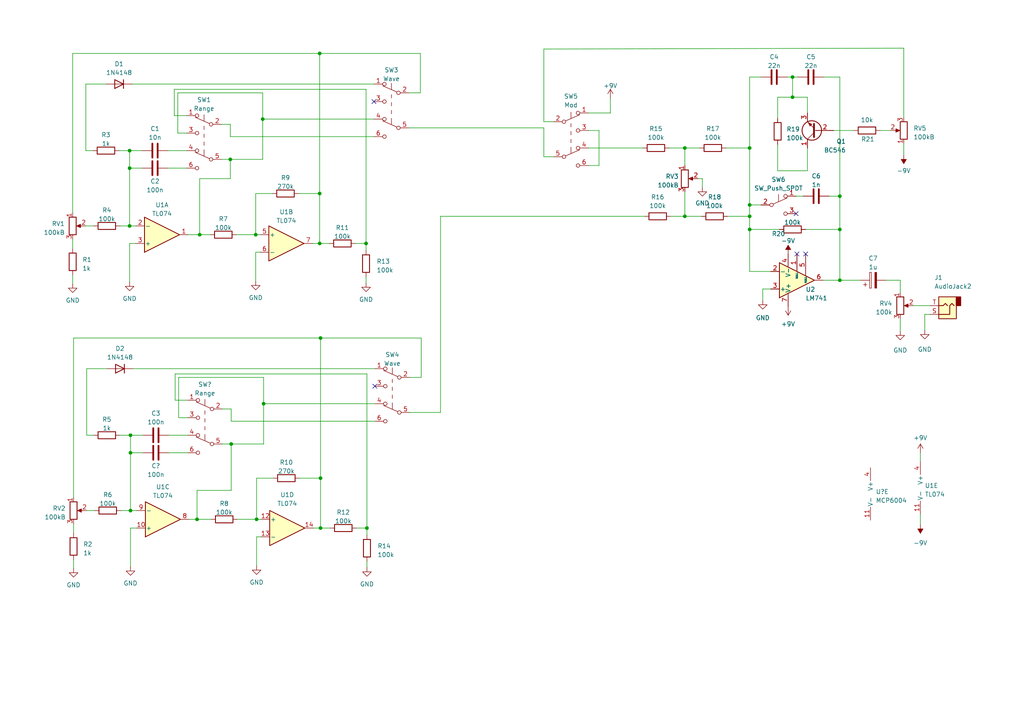
<source format=kicad_sch>
(kicad_sch (version 20210406) (generator eeschema)
  (paper "A4")
  (lib_symbols
    (symbol "Amplifier_Operational:LM741" (pin_names (offset 0.127))
      (property "Reference" "U" (at 0 6.35 0))
      (property "Value" "LM741" (at 0 3.81 0))
      (symbol "LM741_0_1"
        (polyline (pts (xy -5.08 5.08) (xy 5.08 0) (xy -5.08 -5.08) (xy -5.08 5.08)) (stroke (width 0.254)) (fill (type background)))
      )
      (symbol "LM741_1_1"
        (pin input line (at 0 -7.62 90) (length 5.08) (name "NULL") (number "1"))
        (pin input line (at -7.62 -2.54 0) (length 2.54) (name "-") (number "2"))
        (pin input line (at -7.62 2.54 0) (length 2.54) (name "+") (number "3"))
        (pin power_in line (at -2.54 -7.62 90) (length 3.81) (name "V-") (number "4"))
        (pin input line (at 2.54 -7.62 90) (length 6.35) (name "NULL") (number "5"))
        (pin output line (at 7.62 0 180) (length 2.54) (name "~") (number "6"))
        (pin power_in line (at -2.54 7.62 270) (length 3.81) (name "V+") (number "7"))
        (pin no_connect line (at 0 2.54 270) (length 2.54) hide (name "NC") (number "8"))
      )
    )
    (symbol "Amplifier_Operational:MCP6004" (pin_names (offset 0.127))
      (property "Reference" "U" (at 0 5.08 0))
      (property "Value" "MCP6004" (at 0 -5.08 0))
      (symbol "MCP6004_1_1"
        (polyline (pts (xy -5.08 5.08) (xy 5.08 0) (xy -5.08 -5.08) (xy -5.08 5.08)) (stroke (width 0.254)) (fill (type background)))
        (pin output line (at 7.62 0 180) (length 2.54) (name "~") (number "1"))
        (pin input line (at -7.62 -2.54 0) (length 2.54) (name "-") (number "2"))
        (pin input line (at -7.62 2.54 0) (length 2.54) (name "+") (number "3"))
      )
      (symbol "MCP6004_2_1"
        (polyline (pts (xy -5.08 5.08) (xy 5.08 0) (xy -5.08 -5.08) (xy -5.08 5.08)) (stroke (width 0.254)) (fill (type background)))
        (pin input line (at -7.62 2.54 0) (length 2.54) (name "+") (number "5"))
        (pin input line (at -7.62 -2.54 0) (length 2.54) (name "-") (number "6"))
        (pin output line (at 7.62 0 180) (length 2.54) (name "~") (number "7"))
      )
      (symbol "MCP6004_3_1"
        (polyline (pts (xy -5.08 5.08) (xy 5.08 0) (xy -5.08 -5.08) (xy -5.08 5.08)) (stroke (width 0.254)) (fill (type background)))
        (pin input line (at -7.62 2.54 0) (length 2.54) (name "+") (number "10"))
        (pin output line (at 7.62 0 180) (length 2.54) (name "~") (number "8"))
        (pin input line (at -7.62 -2.54 0) (length 2.54) (name "-") (number "9"))
      )
      (symbol "MCP6004_4_1"
        (polyline (pts (xy -5.08 5.08) (xy 5.08 0) (xy -5.08 -5.08) (xy -5.08 5.08)) (stroke (width 0.254)) (fill (type background)))
        (pin input line (at -7.62 2.54 0) (length 2.54) (name "+") (number "12"))
        (pin input line (at -7.62 -2.54 0) (length 2.54) (name "-") (number "13"))
        (pin output line (at 7.62 0 180) (length 2.54) (name "~") (number "14"))
      )
      (symbol "MCP6004_5_1"
        (pin power_in line (at -2.54 -7.62 90) (length 3.81) (name "V-") (number "11"))
        (pin power_in line (at -2.54 7.62 270) (length 3.81) (name "V+") (number "4"))
      )
    )
    (symbol "Amplifier_Operational:TL074" (pin_names (offset 0.127))
      (property "Reference" "U" (at 0 5.08 0))
      (property "Value" "TL074" (at 0 -5.08 0))
      (symbol "TL074_1_1"
        (polyline (pts (xy -5.08 5.08) (xy 5.08 0) (xy -5.08 -5.08) (xy -5.08 5.08)) (stroke (width 0.254)) (fill (type background)))
        (pin output line (at 7.62 0 180) (length 2.54) (name "~") (number "1"))
        (pin input line (at -7.62 -2.54 0) (length 2.54) (name "-") (number "2"))
        (pin input line (at -7.62 2.54 0) (length 2.54) (name "+") (number "3"))
      )
      (symbol "TL074_2_1"
        (polyline (pts (xy -5.08 5.08) (xy 5.08 0) (xy -5.08 -5.08) (xy -5.08 5.08)) (stroke (width 0.254)) (fill (type background)))
        (pin input line (at -7.62 2.54 0) (length 2.54) (name "+") (number "5"))
        (pin input line (at -7.62 -2.54 0) (length 2.54) (name "-") (number "6"))
        (pin output line (at 7.62 0 180) (length 2.54) (name "~") (number "7"))
      )
      (symbol "TL074_3_1"
        (polyline (pts (xy -5.08 5.08) (xy 5.08 0) (xy -5.08 -5.08) (xy -5.08 5.08)) (stroke (width 0.254)) (fill (type background)))
        (pin input line (at -7.62 2.54 0) (length 2.54) (name "+") (number "10"))
        (pin output line (at 7.62 0 180) (length 2.54) (name "~") (number "8"))
        (pin input line (at -7.62 -2.54 0) (length 2.54) (name "-") (number "9"))
      )
      (symbol "TL074_4_1"
        (polyline (pts (xy -5.08 5.08) (xy 5.08 0) (xy -5.08 -5.08) (xy -5.08 5.08)) (stroke (width 0.254)) (fill (type background)))
        (pin input line (at -7.62 2.54 0) (length 2.54) (name "+") (number "12"))
        (pin input line (at -7.62 -2.54 0) (length 2.54) (name "-") (number "13"))
        (pin output line (at 7.62 0 180) (length 2.54) (name "~") (number "14"))
      )
      (symbol "TL074_5_1"
        (pin power_in line (at -2.54 -7.62 90) (length 3.81) (name "V-") (number "11"))
        (pin power_in line (at -2.54 7.62 270) (length 3.81) (name "V+") (number "4"))
      )
    )
    (symbol "Connector:AudioJack2"
      (property "Reference" "J" (at 0 8.89 0))
      (property "Value" "AudioJack2" (at 0 6.35 0))
      (symbol "AudioJack2_0_1"
        (rectangle (start -3.81 0) (end -2.54 -2.54) (stroke (width 0.254)) (fill (type outline)))
        (rectangle (start -2.54 3.81) (end 2.54 -2.54) (stroke (width 0.254)) (fill (type background)))
        (polyline (pts (xy 0 0) (xy 0.635 -0.635) (xy 1.27 0) (xy 2.54 0)) (stroke (width 0.254)))
        (polyline (pts (xy 2.54 2.54) (xy -0.635 2.54) (xy -0.635 0) (xy -1.27 -0.635) (xy -1.905 0)) (stroke (width 0.254)))
      )
      (symbol "AudioJack2_1_1"
        (pin passive line (at 5.08 2.54 180) (length 2.54) (name "~") (number "S"))
        (pin passive line (at 5.08 0 180) (length 2.54) (name "~") (number "T"))
      )
    )
    (symbol "Device:C" (pin_numbers hide) (pin_names (offset 0.254))
      (property "Reference" "C" (at 0.635 2.54 0))
      (property "Value" "C" (at 0.635 -2.54 0))
      (symbol "C_0_1"
        (polyline (pts (xy -2.032 -0.762) (xy 2.032 -0.762)) (stroke (width 0.508)))
        (polyline (pts (xy -2.032 0.762) (xy 2.032 0.762)) (stroke (width 0.508)))
      )
      (symbol "C_1_1"
        (pin passive line (at 0 3.81 270) (length 2.794) (name "~") (number "1"))
        (pin passive line (at 0 -3.81 90) (length 2.794) (name "~") (number "2"))
      )
    )
    (symbol "Device:C_Polarized" (pin_numbers hide) (pin_names (offset 0.254))
      (property "Reference" "C" (at 0.635 2.54 0))
      (property "Value" "C_Polarized" (at 0.635 -2.54 0))
      (symbol "C_Polarized_0_1"
        (rectangle (start -2.286 0.508) (end 2.286 1.016))
        (rectangle (start 2.286 -0.508) (end -2.286 -1.016) (fill (type outline)))
        (polyline (pts (xy -1.778 2.286) (xy -0.762 2.286)))
        (polyline (pts (xy -1.27 2.794) (xy -1.27 1.778)))
      )
      (symbol "C_Polarized_1_1"
        (pin passive line (at 0 3.81 270) (length 2.794) (name "~") (number "1"))
        (pin passive line (at 0 -3.81 90) (length 2.794) (name "~") (number "2"))
      )
    )
    (symbol "Device:R" (pin_numbers hide) (pin_names (offset 0))
      (property "Reference" "R" (at 2.032 0 90))
      (property "Value" "R" (at 0 0 90))
      (symbol "R_0_1"
        (rectangle (start -1.016 -2.54) (end 1.016 2.54) (stroke (width 0.254)))
      )
      (symbol "R_1_1"
        (pin passive line (at 0 3.81 270) (length 1.27) (name "~") (number "1"))
        (pin passive line (at 0 -3.81 90) (length 1.27) (name "~") (number "2"))
      )
    )
    (symbol "Device:R_Potentiometer" (pin_names (offset 1.016) hide)
      (property "Reference" "RV" (at -4.445 0 90))
      (property "Value" "R_Potentiometer" (at -2.54 0 90))
      (symbol "R_Potentiometer_0_1"
        (rectangle (start 1.016 2.54) (end -1.016 -2.54) (stroke (width 0.254)))
        (polyline (pts (xy 2.54 0) (xy 1.524 0)))
        (polyline (pts (xy 1.143 0) (xy 2.286 0.508) (xy 2.286 -0.508) (xy 1.143 0)) (fill (type outline)))
      )
      (symbol "R_Potentiometer_1_1"
        (pin passive line (at 0 3.81 270) (length 1.27) (name "1") (number "1"))
        (pin passive line (at 3.81 0 180) (length 1.27) (name "2") (number "2"))
        (pin passive line (at 0 -3.81 90) (length 1.27) (name "3") (number "3"))
      )
    )
    (symbol "Diode:1N4148" (pin_numbers hide) (pin_names (offset 1.016) hide)
      (property "Reference" "D" (at 0 2.54 0))
      (property "Value" "1N4148" (at 0 -2.54 0))
      (symbol "1N4148_0_1"
        (polyline (pts (xy -1.27 1.27) (xy -1.27 -1.27)) (stroke (width 0.254)))
        (polyline (pts (xy 1.27 0) (xy -1.27 0)))
        (polyline (pts (xy 1.27 1.27) (xy 1.27 -1.27) (xy -1.27 0) (xy 1.27 1.27)) (stroke (width 0.254)))
      )
      (symbol "1N4148_1_1"
        (pin passive line (at -3.81 0 0) (length 2.54) (name "K") (number "1"))
        (pin passive line (at 3.81 0 180) (length 2.54) (name "A") (number "2"))
      )
    )
    (symbol "Switch:SW_Push_DPDT" (pin_names (offset 0) hide)
      (property "Reference" "SW" (at 0 8.89 0))
      (property "Value" "SW_Push_DPDT" (at 0 -10.16 0))
      (symbol "SW_Push_DPDT_0_0"
        (circle (center -2.032 -5.08) (radius 0.508))
        (circle (center -2.032 5.08) (radius 0.508))
        (circle (center 2.032 -7.62) (radius 0.508))
        (circle (center 2.032 2.54) (radius 0.508))
      )
      (symbol "SW_Push_DPDT_0_1"
        (circle (center 2.032 -2.54) (radius 0.508))
        (circle (center 2.032 7.62) (radius 0.508))
        (polyline (pts (xy -1.524 -4.826) (xy 2.54 -3.048)))
        (polyline (pts (xy -1.524 5.334) (xy 2.54 7.112)))
        (polyline (pts (xy 0 -2.286) (xy 0 -4.064)))
        (polyline (pts (xy 0 -1.016) (xy 0 0)))
        (polyline (pts (xy 0 1.27) (xy 0 2.286)))
        (polyline (pts (xy 0 3.556) (xy 0 4.572)))
        (polyline (pts (xy 0 7.874) (xy 0 6.096)))
      )
      (symbol "SW_Push_DPDT_1_1"
        (pin passive line (at 5.08 7.62 180) (length 2.54) (name "A") (number "1"))
        (pin passive line (at -5.08 5.08 0) (length 2.54) (name "B") (number "2"))
        (pin passive line (at 5.08 2.54 180) (length 2.54) (name "C") (number "3"))
        (pin passive line (at 5.08 -2.54 180) (length 2.54) (name "A") (number "4"))
        (pin passive line (at -5.08 -5.08 0) (length 2.54) (name "B") (number "5"))
        (pin passive line (at 5.08 -7.62 180) (length 2.54) (name "C") (number "6"))
      )
    )
    (symbol "Switch:SW_Push_SPDT" (pin_names (offset 0) hide)
      (property "Reference" "SW" (at 0 4.318 0))
      (property "Value" "SW_Push_SPDT" (at 0 -5.08 0))
      (symbol "SW_Push_SPDT_0_0"
        (circle (center -2.032 0) (radius 0.508))
        (circle (center 2.032 -2.54) (radius 0.508))
        (polyline (pts (xy 0 1.016) (xy 0 3.048)))
      )
      (symbol "SW_Push_SPDT_0_1"
        (circle (center 2.032 2.54) (radius 0.508))
        (polyline (pts (xy -1.524 0.254) (xy 2.54 2.032)))
      )
      (symbol "SW_Push_SPDT_1_1"
        (pin passive line (at 5.08 2.54 180) (length 2.54) (name "A") (number "1"))
        (pin passive line (at -5.08 0 0) (length 2.54) (name "B") (number "2"))
        (pin passive line (at 5.08 -2.54 180) (length 2.54) (name "C") (number "3"))
      )
    )
    (symbol "Transistor_BJT:BC546" (pin_names (offset 0) hide)
      (property "Reference" "Q" (at 5.08 1.905 0))
      (property "Value" "BC546" (at 5.08 0 0))
      (symbol "BC546_0_1"
        (circle (center 1.27 0) (radius 2.8194) (stroke (width 0.254)))
        (polyline (pts (xy 0 0) (xy 0.635 0)))
        (polyline (pts (xy 0.635 0.635) (xy 2.54 2.54)))
        (polyline (pts (xy 0.635 -0.635) (xy 2.54 -2.54) (xy 2.54 -2.54)))
        (polyline (pts (xy 0.635 1.905) (xy 0.635 -1.905) (xy 0.635 -1.905)) (stroke (width 0.508)))
        (polyline (pts (xy 1.27 -1.778) (xy 1.778 -1.27) (xy 2.286 -2.286) (xy 1.27 -1.778) (xy 1.27 -1.778)) (fill (type outline)))
      )
      (symbol "BC546_1_1"
        (pin passive line (at 2.54 5.08 270) (length 2.54) (name "C") (number "1"))
        (pin input line (at -5.08 0 0) (length 5.08) (name "B") (number "2"))
        (pin passive line (at 2.54 -5.08 90) (length 2.54) (name "E") (number "3"))
      )
    )
    (symbol "power:+9V" (power) (pin_names (offset 0))
      (property "Value" "+9V" (at 0 3.556 0))
      (symbol "+9V_0_1"
        (polyline (pts (xy -0.762 1.27) (xy 0 2.54)))
        (polyline (pts (xy 0 0) (xy 0 2.54)))
        (polyline (pts (xy 0 2.54) (xy 0.762 1.27)))
      )
      (symbol "+9V_1_1"
        (pin power_in line (at 0 0 90) (length 0) hide (name "+9V") (number "1"))
      )
    )
    (symbol "power:-9V" (power) (pin_names (offset 0))
      (property "Value" "-9V" (at 0 3.81 0))
      (symbol "-9V_0_1"
        (polyline (pts (xy 0 0) (xy 0 2.54)))
        (polyline (pts (xy 0.762 1.27) (xy -0.762 1.27) (xy 0 2.54) (xy 0.762 1.27)) (fill (type outline)))
      )
      (symbol "-9V_1_1"
        (pin power_in line (at 0 0 90) (length 0) hide (name "-9V") (number "1"))
      )
    )
    (symbol "power:GND" (power) (pin_names (offset 0))
      (property "Value" "GND" (at 0 -3.81 0))
      (symbol "GND_0_1"
        (polyline (pts (xy 0 0) (xy 0 -1.27) (xy 1.27 -1.27) (xy 0 -2.54) (xy -1.27 -1.27) (xy 0 -1.27)))
      )
      (symbol "GND_1_1"
        (pin power_in line (at 0 0 270) (length 0) hide (name "GND") (number "1"))
      )
    )
  )
  (junction (at 37.592 43.688) (diameter 0.9144))
  (junction (at 37.592 48.768) (diameter 0.9144))
  (junction (at 37.592 65.532) (diameter 0.9144))
  (junction (at 37.846 126.238) (diameter 0.9144))
  (junction (at 37.846 131.318) (diameter 0.9144))
  (junction (at 37.846 148.082) (diameter 0.9144))
  (junction (at 57.15 150.622) (diameter 0.9144))
  (junction (at 57.912 68.072) (diameter 0.9144))
  (junction (at 66.802 46.228) (diameter 0.9144))
  (junction (at 67.056 128.778) (diameter 0.9144))
  (junction (at 74.168 68.072) (diameter 0.9144))
  (junction (at 74.422 150.622) (diameter 0.9144))
  (junction (at 76.2 34.544) (diameter 0.9144))
  (junction (at 76.454 117.094) (diameter 0.9144))
  (junction (at 92.71 15.494) (diameter 0.9144))
  (junction (at 92.71 56.134) (diameter 0.9144))
  (junction (at 92.71 70.612) (diameter 0.9144))
  (junction (at 92.964 98.044) (diameter 0.9144))
  (junction (at 92.964 138.684) (diameter 0.9144))
  (junction (at 92.964 153.162) (diameter 0.9144))
  (junction (at 106.172 70.612) (diameter 0.9144))
  (junction (at 106.426 153.162) (diameter 0.9144))
  (junction (at 198.628 42.926) (diameter 0.9144))
  (junction (at 198.628 62.738) (diameter 0.9144))
  (junction (at 217.424 42.926) (diameter 0.9144))
  (junction (at 217.424 59.436) (diameter 0.9144))
  (junction (at 217.424 62.738) (diameter 0.9144))
  (junction (at 217.424 66.548) (diameter 0.9144))
  (junction (at 229.87 22.352) (diameter 0.9144))
  (junction (at 229.87 28.194) (diameter 0.9144))
  (junction (at 243.586 56.896) (diameter 0.9144))
  (junction (at 243.586 66.548) (diameter 0.9144))
  (junction (at 243.586 81.28) (diameter 0.9144))
  (no_connect (at 108.458 29.464))
  (no_connect (at 108.712 112.014))
  (no_connect (at 230.886 61.976))
  (no_connect (at 231.14 73.66))
  (no_connect (at 233.68 73.66))
  (wire (pts (xy 21.082 15.494) (xy 21.082 61.722)))
  (wire (pts (xy 21.082 15.494) (xy 92.71 15.494)))
  (wire (pts (xy 21.082 69.342) (xy 21.082 72.136)))
  (wire (pts (xy 21.082 79.756) (xy 21.082 82.296)))
  (wire (pts (xy 21.336 98.044) (xy 21.336 144.272)))
  (wire (pts (xy 21.336 98.044) (xy 92.964 98.044)))
  (wire (pts (xy 21.336 151.892) (xy 21.336 154.686)))
  (wire (pts (xy 21.336 162.306) (xy 21.336 164.846)))
  (wire (pts (xy 24.892 24.384) (xy 24.892 43.688)))
  (wire (pts (xy 24.892 43.688) (xy 26.924 43.688)))
  (wire (pts (xy 24.892 65.532) (xy 27.178 65.532)))
  (wire (pts (xy 25.146 106.934) (xy 25.146 126.238)))
  (wire (pts (xy 25.146 126.238) (xy 27.178 126.238)))
  (wire (pts (xy 25.146 148.082) (xy 27.432 148.082)))
  (wire (pts (xy 30.734 24.384) (xy 24.892 24.384)))
  (wire (pts (xy 30.988 106.934) (xy 25.146 106.934)))
  (wire (pts (xy 34.544 43.688) (xy 37.592 43.688)))
  (wire (pts (xy 34.798 65.532) (xy 37.592 65.532)))
  (wire (pts (xy 34.798 126.238) (xy 37.846 126.238)))
  (wire (pts (xy 35.052 148.082) (xy 37.846 148.082)))
  (wire (pts (xy 37.592 43.688) (xy 37.592 48.768)))
  (wire (pts (xy 37.592 43.688) (xy 41.148 43.688)))
  (wire (pts (xy 37.592 48.768) (xy 37.592 65.532)))
  (wire (pts (xy 37.592 65.532) (xy 39.37 65.532)))
  (wire (pts (xy 37.592 70.612) (xy 39.37 70.612)))
  (wire (pts (xy 37.592 81.788) (xy 37.592 70.612)))
  (wire (pts (xy 37.846 126.238) (xy 37.846 131.318)))
  (wire (pts (xy 37.846 126.238) (xy 41.402 126.238)))
  (wire (pts (xy 37.846 131.318) (xy 37.846 148.082)))
  (wire (pts (xy 37.846 131.318) (xy 41.402 131.318)))
  (wire (pts (xy 37.846 148.082) (xy 39.624 148.082)))
  (wire (pts (xy 37.846 153.162) (xy 39.624 153.162)))
  (wire (pts (xy 37.846 164.338) (xy 37.846 153.162)))
  (wire (pts (xy 38.354 24.384) (xy 108.458 24.384)))
  (wire (pts (xy 38.608 106.934) (xy 108.712 106.934)))
  (wire (pts (xy 41.148 48.768) (xy 37.592 48.768)))
  (wire (pts (xy 48.768 43.688) (xy 54.102 43.688)))
  (wire (pts (xy 48.768 48.768) (xy 54.102 48.768)))
  (wire (pts (xy 49.022 126.238) (xy 54.356 126.238)))
  (wire (pts (xy 49.022 131.318) (xy 54.356 131.318)))
  (wire (pts (xy 50.546 25.908) (xy 106.172 25.908)))
  (wire (pts (xy 50.546 33.528) (xy 50.546 25.908)))
  (wire (pts (xy 50.8 108.458) (xy 106.426 108.458)))
  (wire (pts (xy 50.8 116.078) (xy 50.8 108.458)))
  (wire (pts (xy 51.562 26.924) (xy 76.2 26.924)))
  (wire (pts (xy 51.562 38.608) (xy 51.562 26.924)))
  (wire (pts (xy 51.816 109.474) (xy 76.454 109.474)))
  (wire (pts (xy 51.816 121.158) (xy 51.816 109.474)))
  (wire (pts (xy 54.102 33.528) (xy 50.546 33.528)))
  (wire (pts (xy 54.102 38.608) (xy 51.562 38.608)))
  (wire (pts (xy 54.356 116.078) (xy 50.8 116.078)))
  (wire (pts (xy 54.356 121.158) (xy 51.816 121.158)))
  (wire (pts (xy 54.61 68.072) (xy 57.912 68.072)))
  (wire (pts (xy 54.864 150.622) (xy 57.15 150.622)))
  (wire (pts (xy 57.15 142.24) (xy 67.056 142.24)))
  (wire (pts (xy 57.15 150.622) (xy 57.15 142.24)))
  (wire (pts (xy 57.15 150.622) (xy 61.214 150.622)))
  (wire (pts (xy 57.912 51.816) (xy 57.912 68.072)))
  (wire (pts (xy 57.912 68.072) (xy 60.96 68.072)))
  (wire (pts (xy 64.262 36.068) (xy 66.802 36.068)))
  (wire (pts (xy 64.262 46.228) (xy 66.802 46.228)))
  (wire (pts (xy 64.516 118.618) (xy 67.056 118.618)))
  (wire (pts (xy 64.516 128.778) (xy 67.056 128.778)))
  (wire (pts (xy 66.802 36.068) (xy 66.802 39.624)))
  (wire (pts (xy 66.802 39.624) (xy 108.458 39.624)))
  (wire (pts (xy 66.802 46.228) (xy 66.802 51.816)))
  (wire (pts (xy 66.802 51.816) (xy 57.912 51.816)))
  (wire (pts (xy 67.056 118.618) (xy 67.056 122.174)))
  (wire (pts (xy 67.056 122.174) (xy 108.712 122.174)))
  (wire (pts (xy 67.056 128.778) (xy 76.454 128.778)))
  (wire (pts (xy 67.056 142.24) (xy 67.056 128.778)))
  (wire (pts (xy 68.58 68.072) (xy 74.168 68.072)))
  (wire (pts (xy 68.834 150.622) (xy 74.422 150.622)))
  (wire (pts (xy 74.168 56.134) (xy 74.168 68.072)))
  (wire (pts (xy 74.168 68.072) (xy 75.438 68.072)))
  (wire (pts (xy 74.168 73.152) (xy 74.168 81.534)))
  (wire (pts (xy 74.422 138.684) (xy 74.422 150.622)))
  (wire (pts (xy 74.422 150.622) (xy 75.692 150.622)))
  (wire (pts (xy 74.422 155.702) (xy 74.422 164.084)))
  (wire (pts (xy 75.438 73.152) (xy 74.168 73.152)))
  (wire (pts (xy 75.692 155.702) (xy 74.422 155.702)))
  (wire (pts (xy 76.2 26.924) (xy 76.2 34.544)))
  (wire (pts (xy 76.2 34.544) (xy 76.2 46.228)))
  (wire (pts (xy 76.2 46.228) (xy 66.802 46.228)))
  (wire (pts (xy 76.454 109.474) (xy 76.454 117.094)))
  (wire (pts (xy 76.454 117.094) (xy 76.454 128.778)))
  (wire (pts (xy 78.994 56.134) (xy 74.168 56.134)))
  (wire (pts (xy 79.248 138.684) (xy 74.422 138.684)))
  (wire (pts (xy 86.614 56.134) (xy 92.71 56.134)))
  (wire (pts (xy 86.868 138.684) (xy 92.964 138.684)))
  (wire (pts (xy 90.678 70.612) (xy 92.71 70.612)))
  (wire (pts (xy 90.932 153.162) (xy 92.964 153.162)))
  (wire (pts (xy 92.71 15.494) (xy 92.71 56.134)))
  (wire (pts (xy 92.71 15.494) (xy 121.92 15.494)))
  (wire (pts (xy 92.71 56.134) (xy 92.71 70.612)))
  (wire (pts (xy 92.71 70.612) (xy 95.504 70.612)))
  (wire (pts (xy 92.964 98.044) (xy 92.964 138.684)))
  (wire (pts (xy 92.964 98.044) (xy 122.174 98.044)))
  (wire (pts (xy 92.964 138.684) (xy 92.964 153.162)))
  (wire (pts (xy 92.964 153.162) (xy 95.758 153.162)))
  (wire (pts (xy 103.124 70.612) (xy 106.172 70.612)))
  (wire (pts (xy 103.378 153.162) (xy 106.426 153.162)))
  (wire (pts (xy 106.172 25.908) (xy 106.172 70.612)))
  (wire (pts (xy 106.172 70.612) (xy 106.172 72.644)))
  (wire (pts (xy 106.172 80.264) (xy 106.172 82.042)))
  (wire (pts (xy 106.426 108.458) (xy 106.426 153.162)))
  (wire (pts (xy 106.426 153.162) (xy 106.426 155.194)))
  (wire (pts (xy 106.426 162.814) (xy 106.426 164.592)))
  (wire (pts (xy 108.458 34.544) (xy 76.2 34.544)))
  (wire (pts (xy 108.712 117.094) (xy 76.454 117.094)))
  (wire (pts (xy 118.618 37.084) (xy 157.734 37.084)))
  (wire (pts (xy 121.92 15.494) (xy 121.92 26.924)))
  (wire (pts (xy 121.92 26.924) (xy 118.618 26.924)))
  (wire (pts (xy 122.174 98.044) (xy 122.174 109.474)))
  (wire (pts (xy 122.174 109.474) (xy 118.872 109.474)))
  (wire (pts (xy 127.762 62.738) (xy 127.762 119.634)))
  (wire (pts (xy 127.762 119.634) (xy 118.872 119.634)))
  (wire (pts (xy 157.734 14.224) (xy 157.734 35.306)))
  (wire (pts (xy 157.734 35.306) (xy 160.528 35.306)))
  (wire (pts (xy 157.734 37.084) (xy 157.734 45.466)))
  (wire (pts (xy 157.734 45.466) (xy 160.528 45.466)))
  (wire (pts (xy 170.688 32.766) (xy 177.038 32.766)))
  (wire (pts (xy 170.688 37.846) (xy 173.736 37.846)))
  (wire (pts (xy 170.688 42.926) (xy 186.436 42.926)))
  (wire (pts (xy 173.736 37.846) (xy 173.736 48.006)))
  (wire (pts (xy 173.736 48.006) (xy 170.688 48.006)))
  (wire (pts (xy 177.038 28.448) (xy 177.038 32.766)))
  (wire (pts (xy 186.944 62.738) (xy 127.762 62.738)))
  (wire (pts (xy 194.056 42.926) (xy 198.628 42.926)))
  (wire (pts (xy 194.564 62.738) (xy 198.628 62.738)))
  (wire (pts (xy 198.628 42.926) (xy 198.628 48.006)))
  (wire (pts (xy 198.628 42.926) (xy 202.946 42.926)))
  (wire (pts (xy 198.628 55.626) (xy 198.628 62.738)))
  (wire (pts (xy 198.628 62.738) (xy 203.454 62.738)))
  (wire (pts (xy 203.708 51.816) (xy 202.438 51.816)))
  (wire (pts (xy 203.708 54.356) (xy 203.708 51.816)))
  (wire (pts (xy 210.566 42.926) (xy 217.424 42.926)))
  (wire (pts (xy 211.074 62.738) (xy 217.424 62.738)))
  (wire (pts (xy 217.424 22.352) (xy 220.726 22.352)))
  (wire (pts (xy 217.424 42.926) (xy 217.424 22.352)))
  (wire (pts (xy 217.424 59.436) (xy 217.424 42.926)))
  (wire (pts (xy 217.424 62.738) (xy 217.424 59.436)))
  (wire (pts (xy 217.424 66.548) (xy 217.424 62.738)))
  (wire (pts (xy 217.424 78.74) (xy 217.424 66.548)))
  (wire (pts (xy 220.726 59.436) (xy 217.424 59.436)))
  (wire (pts (xy 221.234 83.82) (xy 221.234 87.122)))
  (wire (pts (xy 223.52 78.74) (xy 217.424 78.74)))
  (wire (pts (xy 223.52 83.82) (xy 221.234 83.82)))
  (wire (pts (xy 225.552 28.194) (xy 229.87 28.194)))
  (wire (pts (xy 225.552 34.29) (xy 225.552 28.194)))
  (wire (pts (xy 225.552 41.91) (xy 225.552 49.53)))
  (wire (pts (xy 225.552 49.53) (xy 234.188 49.53)))
  (wire (pts (xy 226.06 66.548) (xy 217.424 66.548)))
  (wire (pts (xy 228.346 22.352) (xy 229.87 22.352)))
  (wire (pts (xy 229.87 22.352) (xy 229.87 28.194)))
  (wire (pts (xy 229.87 22.352) (xy 231.394 22.352)))
  (wire (pts (xy 229.87 28.194) (xy 234.188 28.194)))
  (wire (pts (xy 230.886 56.896) (xy 232.918 56.896)))
  (wire (pts (xy 233.68 66.548) (xy 243.586 66.548)))
  (wire (pts (xy 234.188 28.194) (xy 234.188 32.766)))
  (wire (pts (xy 234.188 49.53) (xy 234.188 42.926)))
  (wire (pts (xy 238.76 81.28) (xy 243.586 81.28)))
  (wire (pts (xy 239.014 22.352) (xy 243.586 22.352)))
  (wire (pts (xy 241.808 37.846) (xy 247.65 37.846)))
  (wire (pts (xy 243.586 22.352) (xy 243.586 56.896)))
  (wire (pts (xy 243.586 56.896) (xy 240.538 56.896)))
  (wire (pts (xy 243.586 66.548) (xy 243.586 56.896)))
  (wire (pts (xy 243.586 81.28) (xy 243.586 66.548)))
  (wire (pts (xy 243.586 81.28) (xy 249.428 81.28)))
  (wire (pts (xy 255.27 37.846) (xy 258.318 37.846)))
  (wire (pts (xy 257.048 81.28) (xy 261.112 81.28)))
  (wire (pts (xy 261.112 81.28) (xy 261.112 84.836)))
  (wire (pts (xy 261.112 92.456) (xy 261.112 96.012)))
  (wire (pts (xy 262.128 13.97) (xy 157.734 14.224)))
  (wire (pts (xy 262.128 34.036) (xy 262.128 13.97)))
  (wire (pts (xy 262.128 41.656) (xy 262.128 44.958)))
  (wire (pts (xy 264.922 88.646) (xy 269.748 88.646)))
  (wire (pts (xy 266.954 131.318) (xy 266.954 133.858)))
  (wire (pts (xy 266.954 149.098) (xy 266.954 152.146)))
  (wire (pts (xy 268.224 91.186) (xy 268.224 95.758)))
  (wire (pts (xy 268.224 91.186) (xy 269.748 91.186)))
  (symbol (lib_id "power:+9V") (at 177.038 28.448 0) (unit 1)
    (property "Reference" "#PWR09" (effects hide))
    (property "Value" "+9V" (at 177.038 24.892 0))
  )
  (symbol (lib_id "power:-9V") (at 228.6 73.66 0) (unit 1)
    (property "Reference" "#PWR012" (effects hide))
    (property "Value" "-9V" (at 228.6 69.85 0))
  )
  (symbol (lib_id "power:+9V") (at 228.6 88.9 180) (unit 1)
    (property "Reference" "#PWR013" (effects hide))
    (property "Value" "+9V" (at 228.6 93.98 0))
  )
  (symbol (lib_id "power:-9V") (at 262.128 44.958 180) (unit 1)
    (property "Reference" "#PWR015" (effects hide))
    (property "Value" "-9V" (at 262.128 49.53 0))
  )
  (symbol (lib_id "power:+9V") (at 266.954 131.318 0) (unit 1)
    (property "Reference" "#PWR016" (effects hide))
    (property "Value" "+9V" (at 266.954 127 0))
  )
  (symbol (lib_id "power:-9V") (at 266.954 152.146 180) (unit 1)
    (property "Reference" "#PWR017" (effects hide))
    (property "Value" "-9V" (at 266.954 157.48 0))
  )
  (symbol (lib_id "power:GND") (at 21.082 82.296 0) (unit 1)
    (property "Reference" "#PWR01" (effects hide))
    (property "Value" "GND" (at 21.082 87.122 0))
  )
  (symbol (lib_id "power:GND") (at 21.336 164.846 0) (unit 1)
    (property "Reference" "#PWR02" (effects hide))
    (property "Value" "GND" (at 21.336 169.672 0))
  )
  (symbol (lib_id "power:GND") (at 37.592 81.788 0) (unit 1)
    (property "Reference" "#PWR03" (effects hide))
    (property "Value" "GND" (at 37.592 86.614 0))
  )
  (symbol (lib_id "power:GND") (at 37.846 164.338 0) (unit 1)
    (property "Reference" "#PWR04" (effects hide))
    (property "Value" "GND" (at 37.846 169.164 0))
  )
  (symbol (lib_id "power:GND") (at 74.168 81.534 0) (unit 1)
    (property "Reference" "#PWR05" (effects hide))
    (property "Value" "GND" (at 74.168 86.36 0))
  )
  (symbol (lib_id "power:GND") (at 74.422 164.084 0) (unit 1)
    (property "Reference" "#PWR06" (effects hide))
    (property "Value" "GND" (at 74.422 168.91 0))
  )
  (symbol (lib_id "power:GND") (at 106.172 82.042 0) (unit 1)
    (property "Reference" "#PWR07" (effects hide))
    (property "Value" "GND" (at 106.172 86.868 0))
  )
  (symbol (lib_id "power:GND") (at 106.426 164.592 0) (unit 1)
    (property "Reference" "#PWR08" (effects hide))
    (property "Value" "GND" (at 106.426 169.418 0))
  )
  (symbol (lib_id "power:GND") (at 203.708 54.356 0) (unit 1)
    (property "Reference" "#PWR010" (effects hide))
    (property "Value" "GND" (at 203.708 58.928 0))
  )
  (symbol (lib_id "power:GND") (at 221.234 87.122 0) (unit 1)
    (property "Reference" "#PWR011" (effects hide))
    (property "Value" "GND" (at 221.234 92.202 0))
  )
  (symbol (lib_id "power:GND") (at 261.112 96.012 0) (unit 1)
    (property "Reference" "#PWR014" (effects hide))
    (property "Value" "GND" (at 261.112 101.6 0))
  )
  (symbol (lib_id "power:GND") (at 268.224 95.758 0) (unit 1)
    (property "Reference" "#PWR018" (effects hide))
    (property "Value" "GND" (at 268.224 101.346 0))
  )
  (symbol (lib_id "Amplifier_Operational:MCP6004") (at 255.016 143.256 0) (unit 5)
    (property "Reference" "U?" (at 254 142.6209 0) (effects (justify left)))
    (property "Value" "MCP6004" (at 254 145.1609 0) (effects (justify left)))
    (property "Datasheet" "http://ww1.microchip.com/downloads/en/DeviceDoc/21733j.pdf" (effects hide))
  )
  (symbol (lib_id "Amplifier_Operational:TL074") (at 269.494 141.478 0) (unit 5)
    (property "Reference" "U1" (at 268.224 140.8429 0) (effects (justify left)))
    (property "Value" "TL074" (at 268.224 143.3829 0) (effects (justify left)))
    (property "Datasheet" "http://www.ti.com/lit/ds/symlink/tl071.pdf" (effects hide))
  )
  (symbol (lib_id "Device:R") (at 21.082 75.946 0) (unit 1)
    (property "Reference" "R1" (at 23.876 75.3109 0) (effects (justify left)))
    (property "Value" "1k" (at 23.876 77.8509 0) (effects (justify left)))
  )
  (symbol (lib_id "Device:R") (at 21.336 158.496 0) (unit 1)
    (property "Reference" "R2" (at 24.13 157.8609 0) (effects (justify left)))
    (property "Value" "1k" (at 24.13 160.4009 0) (effects (justify left)))
  )
  (symbol (lib_id "Device:R") (at 30.734 43.688 90) (unit 1)
    (property "Reference" "R3" (at 30.734 39.116 90))
    (property "Value" "1k" (at 30.734 41.656 90))
  )
  (symbol (lib_id "Device:R") (at 30.988 65.532 90) (unit 1)
    (property "Reference" "R4" (at 30.988 60.96 90))
    (property "Value" "100k" (at 30.988 63.5 90))
  )
  (symbol (lib_id "Device:R") (at 30.988 126.238 90) (unit 1)
    (property "Reference" "R5" (at 30.988 121.666 90))
    (property "Value" "1k" (at 30.988 124.206 90))
  )
  (symbol (lib_id "Device:R") (at 31.242 148.082 90) (unit 1)
    (property "Reference" "R6" (at 31.242 143.51 90))
    (property "Value" "100k" (at 31.242 146.05 90))
  )
  (symbol (lib_id "Device:R") (at 64.77 68.072 90) (unit 1)
    (property "Reference" "R7" (at 64.77 63.5 90))
    (property "Value" "100k" (at 64.77 66.04 90))
  )
  (symbol (lib_id "Device:R") (at 65.024 150.622 90) (unit 1)
    (property "Reference" "R8" (at 65.024 146.05 90))
    (property "Value" "100k" (at 65.024 148.59 90))
  )
  (symbol (lib_id "Device:R") (at 82.804 56.134 90) (unit 1)
    (property "Reference" "R9" (at 82.804 51.562 90))
    (property "Value" "270k" (at 82.804 54.102 90))
  )
  (symbol (lib_id "Device:R") (at 83.058 138.684 90) (unit 1)
    (property "Reference" "R10" (at 83.058 134.112 90))
    (property "Value" "270k" (at 83.058 136.652 90))
  )
  (symbol (lib_id "Device:R") (at 99.314 70.612 90) (unit 1)
    (property "Reference" "R11" (at 99.314 66.04 90))
    (property "Value" "100k" (at 99.314 68.58 90))
  )
  (symbol (lib_id "Device:R") (at 99.568 153.162 90) (unit 1)
    (property "Reference" "R12" (at 99.568 148.59 90))
    (property "Value" "100k" (at 99.568 151.13 90))
  )
  (symbol (lib_id "Device:R") (at 106.172 76.454 180) (unit 1)
    (property "Reference" "R13" (at 109.22 75.8189 0) (effects (justify right)))
    (property "Value" "100k" (at 109.22 78.3589 0) (effects (justify right)))
  )
  (symbol (lib_id "Device:R") (at 106.426 159.004 180) (unit 1)
    (property "Reference" "R14" (at 109.474 158.3689 0) (effects (justify right)))
    (property "Value" "100k" (at 109.474 160.9089 0) (effects (justify right)))
  )
  (symbol (lib_id "Device:R") (at 190.246 42.926 90) (unit 1)
    (property "Reference" "R15" (at 190.246 37.338 90))
    (property "Value" "100k" (at 190.246 39.878 90))
  )
  (symbol (lib_id "Device:R") (at 190.754 62.738 90) (unit 1)
    (property "Reference" "R16" (at 190.754 57.15 90))
    (property "Value" "100k" (at 190.754 59.69 90))
  )
  (symbol (lib_id "Device:R") (at 206.756 42.926 90) (unit 1)
    (property "Reference" "R17" (at 206.756 37.338 90))
    (property "Value" "100k" (at 206.756 39.878 90))
  )
  (symbol (lib_id "Device:R") (at 207.264 62.738 90) (unit 1)
    (property "Reference" "R18" (at 207.264 57.15 90))
    (property "Value" "100k" (at 207.264 59.69 90))
  )
  (symbol (lib_id "Device:R") (at 225.552 38.1 0) (unit 1)
    (property "Reference" "R19" (at 228.092 37.4649 0) (effects (justify left)))
    (property "Value" "100k" (at 228.092 40.0049 0) (effects (justify left)))
  )
  (symbol (lib_id "Device:R") (at 229.87 66.548 270) (unit 1)
    (property "Reference" "R20" (at 225.806 67.818 90))
    (property "Value" "100k" (at 229.87 64.516 90))
  )
  (symbol (lib_id "Device:R") (at 251.46 37.846 270) (unit 1)
    (property "Reference" "R21" (at 251.714 40.386 90))
    (property "Value" "10k" (at 251.46 34.798 90))
  )
  (symbol (lib_id "Diode:1N4148") (at 34.544 24.384 180) (unit 1)
    (property "Reference" "D1" (at 34.544 18.542 0))
    (property "Value" "1N4148" (at 34.544 21.082 0))
    (property "Footprint" "Diode_THT:D_DO-35_SOD27_P7.62mm_Horizontal" (effects hide))
    (property "Datasheet" "https://assets.nexperia.com/documents/data-sheet/1N4148_1N4448.pdf" (effects hide))
  )
  (symbol (lib_id "Diode:1N4148") (at 34.798 106.934 180) (unit 1)
    (property "Reference" "D2" (at 34.798 101.092 0))
    (property "Value" "1N4148" (at 34.798 103.632 0))
    (property "Footprint" "Diode_THT:D_DO-35_SOD27_P7.62mm_Horizontal" (effects hide))
    (property "Datasheet" "https://assets.nexperia.com/documents/data-sheet/1N4148_1N4448.pdf" (effects hide))
  )
  (symbol (lib_id "Device:C") (at 44.958 43.688 90) (unit 1)
    (property "Reference" "C1" (at 44.958 37.338 90))
    (property "Value" "10n" (at 44.958 39.878 90))
  )
  (symbol (lib_id "Device:C") (at 44.958 48.768 90) (unit 1)
    (property "Reference" "C2" (at 44.958 52.578 90))
    (property "Value" "100n" (at 44.958 55.118 90))
  )
  (symbol (lib_id "Device:C") (at 45.212 126.238 90) (unit 1)
    (property "Reference" "C3" (at 45.212 119.888 90))
    (property "Value" "100n" (at 45.212 122.428 90))
  )
  (symbol (lib_id "Device:C") (at 45.212 131.318 90) (unit 1)
    (property "Reference" "C?" (at 45.212 135.128 90))
    (property "Value" "100n" (at 45.212 137.668 90))
  )
  (symbol (lib_id "Device:C") (at 224.536 22.352 90) (unit 1)
    (property "Reference" "C4" (at 224.536 16.51 90))
    (property "Value" "22n" (at 224.536 19.05 90))
  )
  (symbol (lib_id "Device:C") (at 235.204 22.352 90) (unit 1)
    (property "Reference" "C5" (at 235.204 16.51 90))
    (property "Value" "22n" (at 235.204 19.05 90))
  )
  (symbol (lib_id "Device:C") (at 236.728 56.896 90) (unit 1)
    (property "Reference" "C6" (at 236.728 51.054 90))
    (property "Value" "1n" (at 236.728 53.594 90))
  )
  (symbol (lib_id "Device:C_Polarized") (at 253.238 81.28 90) (unit 1)
    (property "Reference" "C7" (at 253.238 74.93 90))
    (property "Value" "1u" (at 253.238 77.47 90))
  )
  (symbol (lib_id "Device:R_Potentiometer") (at 21.082 65.532 0) (unit 1)
    (property "Reference" "RV1" (at 18.796 64.8969 0) (effects (justify right)))
    (property "Value" "100kB" (at 18.796 67.4369 0) (effects (justify right)))
  )
  (symbol (lib_id "Device:R_Potentiometer") (at 21.336 148.082 0) (unit 1)
    (property "Reference" "RV2" (at 19.05 147.4469 0) (effects (justify right)))
    (property "Value" "100kB" (at 19.05 149.9869 0) (effects (justify right)))
  )
  (symbol (lib_id "Device:R_Potentiometer") (at 198.628 51.816 0) (unit 1)
    (property "Reference" "RV3" (at 196.85 51.1809 0) (effects (justify right)))
    (property "Value" "100kB" (at 196.85 53.7209 0) (effects (justify right)))
  )
  (symbol (lib_id "Device:R_Potentiometer") (at 261.112 88.646 0) (unit 1)
    (property "Reference" "RV4" (at 258.826 88.0109 0) (effects (justify right)))
    (property "Value" "100k" (at 258.826 90.5509 0) (effects (justify right)))
  )
  (symbol (lib_id "Device:R_Potentiometer") (at 262.128 37.846 180) (unit 1)
    (property "Reference" "RV5" (at 264.922 37.2109 0) (effects (justify right)))
    (property "Value" "100kB" (at 264.922 39.7509 0) (effects (justify right)))
  )
  (symbol (lib_id "Connector:AudioJack2") (at 274.828 88.646 180) (unit 1)
    (property "Reference" "J1" (at 271.018 80.5179 0) (effects (justify right)))
    (property "Value" "AudioJack2" (at 271.018 83.0579 0) (effects (justify right)))
  )
  (symbol (lib_id "Switch:SW_Push_SPDT") (at 225.806 59.436 0) (unit 1)
    (property "Reference" "SW6" (at 225.806 52.07 0))
    (property "Value" "SW_Push_SPDT" (at 225.806 54.61 0))
  )
  (symbol (lib_id "Transistor_BJT:BC546") (at 236.728 37.846 180) (unit 1)
    (property "Reference" "Q1" (at 245.364 41.0209 0) (effects (justify left)))
    (property "Value" "BC546" (at 245.364 43.5609 0) (effects (justify left)))
    (property "Footprint" "Package_TO_SOT_THT:TO-92_Inline" (effects hide))
    (property "Datasheet" "https://www.onsemi.com/pub/Collateral/BC550-D.pdf" (effects hide))
  )
  (symbol (lib_id "Amplifier_Operational:TL074") (at 46.99 68.072 0) (mirror x) (unit 1)
    (property "Reference" "U1" (at 46.99 59.436 0))
    (property "Value" "TL074" (at 46.99 61.976 0))
    (property "Datasheet" "http://www.ti.com/lit/ds/symlink/tl071.pdf" (effects hide))
  )
  (symbol (lib_id "Amplifier_Operational:TL074") (at 47.244 150.622 0) (mirror x) (unit 3)
    (property "Reference" "U1" (at 47.244 141.224 0))
    (property "Value" "TL074" (at 47.244 143.764 0))
    (property "Datasheet" "http://www.ti.com/lit/ds/symlink/tl071.pdf" (effects hide))
  )
  (symbol (lib_id "Amplifier_Operational:TL074") (at 83.058 70.612 0) (unit 2)
    (property "Reference" "U1" (at 83.058 61.468 0))
    (property "Value" "TL074" (at 83.058 64.008 0))
    (property "Datasheet" "http://www.ti.com/lit/ds/symlink/tl071.pdf" (effects hide))
  )
  (symbol (lib_id "Amplifier_Operational:TL074") (at 83.312 153.162 0) (unit 4)
    (property "Reference" "U1" (at 83.312 143.51 0))
    (property "Value" "TL074" (at 83.312 146.05 0))
    (property "Datasheet" "http://www.ti.com/lit/ds/symlink/tl071.pdf" (effects hide))
  )
  (symbol (lib_id "Switch:SW_Push_DPDT") (at 59.182 41.148 0) (mirror y) (unit 1)
    (property "Reference" "SW1" (at 59.182 28.956 0))
    (property "Value" "Range" (at 59.182 31.496 0))
  )
  (symbol (lib_id "Switch:SW_Push_DPDT") (at 59.436 123.698 0) (mirror y) (unit 1)
    (property "Reference" "SW?" (at 59.436 111.506 0))
    (property "Value" "Range" (at 59.436 114.046 0))
  )
  (symbol (lib_id "Switch:SW_Push_DPDT") (at 113.538 32.004 0) (mirror y) (unit 1)
    (property "Reference" "SW3" (at 113.538 20.32 0))
    (property "Value" "Wave" (at 113.538 22.86 0))
  )
  (symbol (lib_id "Switch:SW_Push_DPDT") (at 113.792 114.554 0) (mirror y) (unit 1)
    (property "Reference" "SW4" (at 113.792 102.87 0))
    (property "Value" "Wave" (at 113.792 105.41 0))
  )
  (symbol (lib_id "Switch:SW_Push_DPDT") (at 165.608 40.386 0) (unit 1)
    (property "Reference" "SW5" (at 165.608 27.94 0))
    (property "Value" "Mod" (at 165.608 30.48 0))
  )
  (symbol (lib_id "Amplifier_Operational:LM741") (at 231.14 81.28 0) (mirror x) (unit 1)
    (property "Reference" "U2" (at 233.68 83.9469 0) (effects (justify left)))
    (property "Value" "LM741" (at 233.68 86.4869 0) (effects (justify left)))
    (property "Datasheet" "http://www.ti.com/lit/ds/symlink/lm741.pdf" (effects hide))
  )
)
</source>
